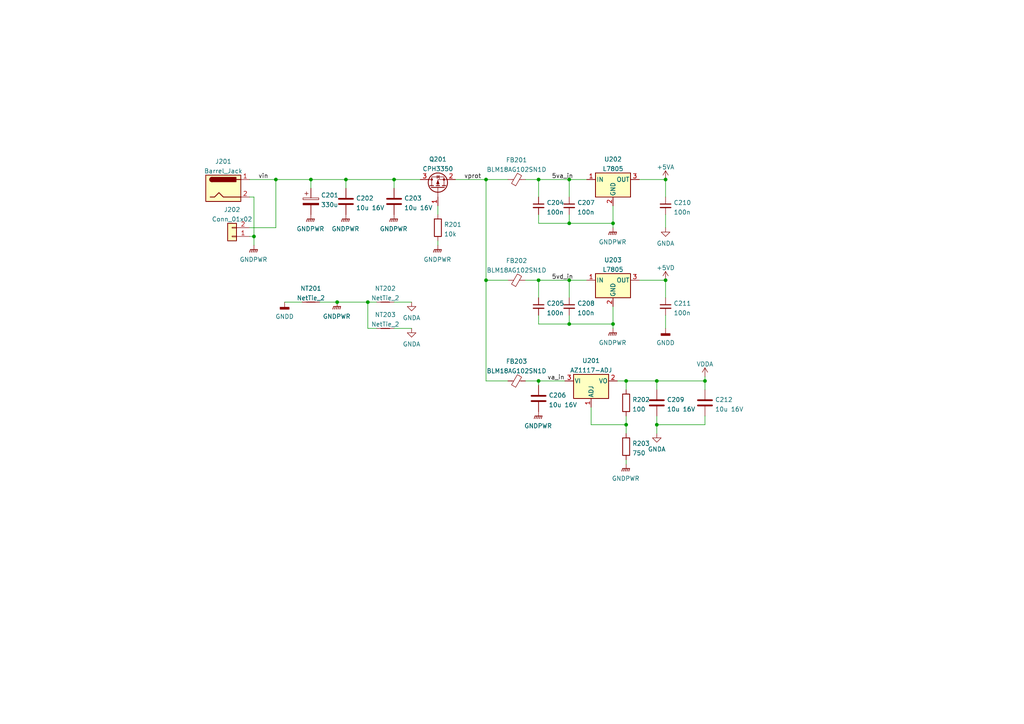
<source format=kicad_sch>
(kicad_sch (version 20211123) (generator eeschema)
  (paper "A4")
  (lib_symbols
    (symbol "Connector:Barrel_Jack" (pin_names (offset 1.016))
      (property "Reference" "J" (at 0 5.334 0))
      (property "Value" "Barrel_Jack" (at 0 -5.08 0))
      (symbol "Barrel_Jack_0_1"
        (rectangle (start -5.08 3.81) (end 5.08 -3.81) (stroke (width 0.254)) (fill (type background)))
        (arc (start -3.302 3.175) (mid -3.937 2.54) (end -3.302 1.905) (stroke (width 0.254)))
        (arc (start -3.302 3.175) (mid -3.937 2.54) (end -3.302 1.905) (stroke (width 0.254)) (fill (type outline)))
        (polyline (pts (xy 5.08 2.54) (xy 3.81 2.54)) (stroke (width 0.254)))
        (polyline (pts (xy -3.81 -2.54) (xy -2.54 -2.54) (xy -1.27 -1.27) (xy 0 -2.54) (xy 2.54 -2.54) (xy 5.08 -2.54)) (stroke (width 0.254)))
        (rectangle (start 3.683 3.175) (end -3.302 1.905) (stroke (width 0.254)) (fill (type outline)))
      )
      (symbol "Barrel_Jack_1_1"
        (pin passive line (at 7.62 2.54 180) (length 2.54) (name "~") (number "1"))
        (pin passive line (at 7.62 -2.54 180) (length 2.54) (name "~") (number "2"))
      )
    )
    (symbol "Connector_Generic:Conn_01x02" (pin_names (offset 1.016) hide)
      (property "Reference" "J" (at 0 2.54 0))
      (property "Value" "Conn_01x02" (at 0 -5.08 0))
      (symbol "Conn_01x02_1_1"
        (rectangle (start -1.27 -2.413) (end 0 -2.667) (stroke (width 0.1524)))
        (rectangle (start -1.27 0.127) (end 0 -0.127) (stroke (width 0.1524)))
        (rectangle (start -1.27 1.27) (end 1.27 -3.81) (stroke (width 0.254)) (fill (type background)))
        (pin passive line (at -5.08 0 0) (length 3.81) (name "Pin_1") (number "1"))
        (pin passive line (at -5.08 -2.54 0) (length 3.81) (name "Pin_2") (number "2"))
      )
    )
    (symbol "Device:C" (pin_numbers hide) (pin_names (offset 0.254))
      (property "Reference" "C" (at 0.635 2.54 0))
      (property "Value" "C" (at 0.635 -2.54 0))
      (symbol "C_0_1"
        (polyline (pts (xy -2.032 -0.762) (xy 2.032 -0.762)) (stroke (width 0.508)))
        (polyline (pts (xy -2.032 0.762) (xy 2.032 0.762)) (stroke (width 0.508)))
      )
      (symbol "C_1_1"
        (pin passive line (at 0 3.81 270) (length 2.794) (name "~") (number "1"))
        (pin passive line (at 0 -3.81 90) (length 2.794) (name "~") (number "2"))
      )
    )
    (symbol "Device:C_Polarized" (pin_numbers hide) (pin_names (offset 0.254))
      (property "Reference" "C" (at 0.635 2.54 0))
      (property "Value" "C_Polarized" (at 0.635 -2.54 0))
      (symbol "C_Polarized_0_1"
        (rectangle (start -2.286 0.508) (end 2.286 1.016))
        (polyline (pts (xy -1.778 2.286) (xy -0.762 2.286)))
        (polyline (pts (xy -1.27 2.794) (xy -1.27 1.778)))
        (rectangle (start 2.286 -0.508) (end -2.286 -1.016) (fill (type outline)))
      )
      (symbol "C_Polarized_1_1"
        (pin passive line (at 0 3.81 270) (length 2.794) (name "~") (number "1"))
        (pin passive line (at 0 -3.81 90) (length 2.794) (name "~") (number "2"))
      )
    )
    (symbol "Device:C_Small" (pin_numbers hide) (pin_names (offset 0.254) hide)
      (property "Reference" "C" (at 0.254 1.778 0))
      (property "Value" "C_Small" (at 0.254 -2.032 0))
      (symbol "C_Small_0_1"
        (polyline (pts (xy -1.524 -0.508) (xy 1.524 -0.508)) (stroke (width 0.3302)))
        (polyline (pts (xy -1.524 0.508) (xy 1.524 0.508)) (stroke (width 0.3048)))
      )
      (symbol "C_Small_1_1"
        (pin passive line (at 0 2.54 270) (length 2.032) (name "~") (number "1"))
        (pin passive line (at 0 -2.54 90) (length 2.032) (name "~") (number "2"))
      )
    )
    (symbol "Device:FerriteBead_Small" (pin_numbers hide) (pin_names (offset 0))
      (property "Reference" "FB" (at 1.905 1.27 0))
      (property "Value" "FerriteBead_Small" (at 1.905 -1.27 0))
      (symbol "FerriteBead_Small_0_1"
        (polyline (pts (xy 0 -1.27) (xy 0 -0.7874)))
        (polyline (pts (xy 0 0.889) (xy 0 1.2954)))
        (polyline (pts (xy -1.8288 0.2794) (xy -1.1176 1.4986) (xy 1.8288 -0.2032) (xy 1.1176 -1.4224) (xy -1.8288 0.2794)))
      )
      (symbol "FerriteBead_Small_1_1"
        (pin passive line (at 0 2.54 270) (length 1.27) (name "~") (number "1"))
        (pin passive line (at 0 -2.54 90) (length 1.27) (name "~") (number "2"))
      )
    )
    (symbol "Device:NetTie_2" (pin_numbers hide) (pin_names (offset 0) hide)
      (property "Reference" "NT" (at 0 1.27 0))
      (property "Value" "NetTie_2" (at 0 -1.27 0))
      (symbol "NetTie_2_0_1"
        (polyline (pts (xy -1.27 0) (xy 1.27 0)) (stroke (width 0.254)))
      )
      (symbol "NetTie_2_1_1"
        (pin passive line (at -2.54 0 0) (length 2.54) (name "1") (number "1"))
        (pin passive line (at 2.54 0 180) (length 2.54) (name "2") (number "2"))
      )
    )
    (symbol "Device:Q_PMOS_GSD" (pin_names (offset 0) hide)
      (property "Reference" "Q" (at 5.08 1.27 0))
      (property "Value" "Q_PMOS_GSD" (at 5.08 -1.27 0))
      (symbol "Q_PMOS_GSD_0_1"
        (polyline (pts (xy 0.254 0) (xy -2.54 0)))
        (polyline (pts (xy 0.254 1.905) (xy 0.254 -1.905)) (stroke (width 0.254)))
        (polyline (pts (xy 0.762 -1.27) (xy 0.762 -2.286)) (stroke (width 0.254)))
        (polyline (pts (xy 0.762 0.508) (xy 0.762 -0.508)) (stroke (width 0.254)))
        (polyline (pts (xy 0.762 2.286) (xy 0.762 1.27)) (stroke (width 0.254)))
        (polyline (pts (xy 2.54 2.54) (xy 2.54 1.778)))
        (polyline (pts (xy 2.54 -2.54) (xy 2.54 0) (xy 0.762 0)))
        (polyline (pts (xy 0.762 1.778) (xy 3.302 1.778) (xy 3.302 -1.778) (xy 0.762 -1.778)))
        (polyline (pts (xy 2.286 0) (xy 1.27 0.381) (xy 1.27 -0.381) (xy 2.286 0)) (fill (type outline)))
        (polyline (pts (xy 2.794 -0.508) (xy 2.921 -0.381) (xy 3.683 -0.381) (xy 3.81 -0.254)))
        (polyline (pts (xy 3.302 -0.381) (xy 2.921 0.254) (xy 3.683 0.254) (xy 3.302 -0.381)))
        (circle (center 1.651 0) (radius 2.794) (stroke (width 0.254)))
        (circle (center 2.54 -1.778) (radius 0.254) (fill (type outline)))
        (circle (center 2.54 1.778) (radius 0.254) (fill (type outline)))
      )
      (symbol "Q_PMOS_GSD_1_1"
        (pin input line (at -5.08 0 0) (length 2.54) (name "G") (number "1"))
        (pin passive line (at 2.54 -5.08 90) (length 2.54) (name "S") (number "2"))
        (pin passive line (at 2.54 5.08 270) (length 2.54) (name "D") (number "3"))
      )
    )
    (symbol "Device:R" (pin_numbers hide) (pin_names (offset 0))
      (property "Reference" "R" (at 2.032 0 90))
      (property "Value" "R" (at 0 0 90))
      (symbol "R_0_1"
        (rectangle (start -1.016 -2.54) (end 1.016 2.54) (stroke (width 0.254)))
      )
      (symbol "R_1_1"
        (pin passive line (at 0 3.81 270) (length 1.27) (name "~") (number "1"))
        (pin passive line (at 0 -3.81 90) (length 1.27) (name "~") (number "2"))
      )
    )
    (symbol "Regulator_Linear:AZ1117-ADJ" (pin_names (offset 0.254))
      (property "Reference" "U" (at -3.81 3.175 0))
      (property "Value" "AZ1117-ADJ" (at 0 3.175 0))
      (symbol "AZ1117-ADJ_0_1"
        (rectangle (start -5.08 1.905) (end 5.08 -5.08) (stroke (width 0.254)) (fill (type background)))
      )
      (symbol "AZ1117-ADJ_1_1"
        (pin input line (at 0 -7.62 90) (length 2.54) (name "ADJ") (number "1"))
        (pin power_out line (at 7.62 0 180) (length 2.54) (name "VO") (number "2"))
        (pin power_in line (at -7.62 0 0) (length 2.54) (name "VI") (number "3"))
      )
    )
    (symbol "Regulator_Linear:L7805" (pin_names (offset 0.254))
      (property "Reference" "U" (at -3.81 3.175 0))
      (property "Value" "L7805" (at 0 3.175 0))
      (symbol "L7805_0_1"
        (rectangle (start -5.08 1.905) (end 5.08 -5.08) (stroke (width 0.254)) (fill (type background)))
      )
      (symbol "L7805_1_1"
        (pin power_in line (at -7.62 0 0) (length 2.54) (name "IN") (number "1"))
        (pin power_in line (at 0 -7.62 90) (length 2.54) (name "GND") (number "2"))
        (pin power_out line (at 7.62 0 180) (length 2.54) (name "OUT") (number "3"))
      )
    )
    (symbol "power:+5VA" (power) (pin_names (offset 0))
      (property "Value" "+5VA" (at 0 3.556 0))
      (symbol "+5VA_0_1"
        (polyline (pts (xy -0.762 1.27) (xy 0 2.54)))
        (polyline (pts (xy 0 0) (xy 0 2.54)))
        (polyline (pts (xy 0 2.54) (xy 0.762 1.27)))
      )
      (symbol "+5VA_1_1"
        (pin power_in line (at 0 0 90) (length 0) hide (name "+5VA") (number "1"))
      )
    )
    (symbol "power:+5VD" (power) (pin_names (offset 0))
      (property "Value" "+5VD" (at 0 3.556 0))
      (symbol "+5VD_0_1"
        (polyline (pts (xy -0.762 1.27) (xy 0 2.54)))
        (polyline (pts (xy 0 0) (xy 0 2.54)))
        (polyline (pts (xy 0 2.54) (xy 0.762 1.27)))
      )
      (symbol "+5VD_1_1"
        (pin power_in line (at 0 0 90) (length 0) hide (name "+5VD") (number "1"))
      )
    )
    (symbol "power:GNDA" (power) (pin_names (offset 0))
      (property "Value" "GNDA" (at 0 -3.81 0))
      (symbol "GNDA_0_1"
        (polyline (pts (xy 0 0) (xy 0 -1.27) (xy 1.27 -1.27) (xy 0 -2.54) (xy -1.27 -1.27) (xy 0 -1.27)))
      )
      (symbol "GNDA_1_1"
        (pin power_in line (at 0 0 270) (length 0) hide (name "GNDA") (number "1"))
      )
    )
    (symbol "power:GNDD" (power) (pin_names (offset 0))
      (property "Value" "GNDD" (at 0 -3.175 0))
      (symbol "GNDD_0_1"
        (rectangle (start -1.27 -1.524) (end 1.27 -2.032) (stroke (width 0.254)) (fill (type outline)))
        (polyline (pts (xy 0 0) (xy 0 -1.524)))
      )
      (symbol "GNDD_1_1"
        (pin power_in line (at 0 0 270) (length 0) hide (name "GNDD") (number "1"))
      )
    )
    (symbol "power:GNDPWR" (power) (pin_names (offset 0))
      (property "Value" "GNDPWR" (at 0 -3.302 0))
      (symbol "GNDPWR_0_1"
        (polyline (pts (xy 0 -1.27) (xy 0 0)))
        (polyline (pts (xy -1.016 -1.27) (xy -1.27 -2.032) (xy -1.27 -2.032)) (stroke (width 0.2032)))
        (polyline (pts (xy -0.508 -1.27) (xy -0.762 -2.032) (xy -0.762 -2.032)) (stroke (width 0.2032)))
        (polyline (pts (xy 0 -1.27) (xy -0.254 -2.032) (xy -0.254 -2.032)) (stroke (width 0.2032)))
        (polyline (pts (xy 0.508 -1.27) (xy 0.254 -2.032) (xy 0.254 -2.032)) (stroke (width 0.2032)))
        (polyline (pts (xy 1.016 -1.27) (xy -1.016 -1.27) (xy -1.016 -1.27)) (stroke (width 0.2032)))
        (polyline (pts (xy 1.016 -1.27) (xy 0.762 -2.032) (xy 0.762 -2.032) (xy 0.762 -2.032)) (stroke (width 0.2032)))
      )
      (symbol "GNDPWR_1_1"
        (pin power_in line (at 0 0 270) (length 0) hide (name "GNDPWR") (number "1"))
      )
    )
    (symbol "power:VDDA" (power) (pin_names (offset 0))
      (property "Value" "VDDA" (at 0 3.81 0))
      (symbol "VDDA_0_1"
        (polyline (pts (xy -0.762 1.27) (xy 0 2.54)))
        (polyline (pts (xy 0 0) (xy 0 2.54)))
        (polyline (pts (xy 0 2.54) (xy 0.762 1.27)))
      )
      (symbol "VDDA_1_1"
        (pin power_in line (at 0 0 90) (length 0) hide (name "VDDA") (number "1"))
      )
    )
  )
  (junction (at 106.68 87.63))
  (junction (at 165.1 93.98))
  (junction (at 97.79 87.63))
  (junction (at 193.04 81.28))
  (junction (at 193.04 52.07))
  (junction (at 190.5 123.19))
  (junction (at 73.66 68.58))
  (junction (at 190.5 110.49))
  (junction (at 177.8 93.98))
  (junction (at 156.21 110.49))
  (junction (at 165.1 64.77))
  (junction (at 204.47 110.49))
  (junction (at 156.21 81.28))
  (junction (at 165.1 52.07))
  (junction (at 140.97 52.07))
  (junction (at 114.3 52.07))
  (junction (at 90.17 52.07))
  (junction (at 140.97 81.28))
  (junction (at 80.01 52.07))
  (junction (at 165.1 81.28))
  (junction (at 100.33 52.07))
  (junction (at 177.8 64.77))
  (junction (at 181.61 123.19))
  (junction (at 156.21 52.07))
  (junction (at 181.61 110.49))
  (wire (pts (xy 80.01 52.07) (xy 90.17 52.07)))
  (wire (pts (xy 156.21 52.07) (xy 156.21 57.15)))
  (wire (pts (xy 171.45 118.11) (xy 171.45 123.19)))
  (wire (pts (xy 177.8 95.25) (xy 177.8 93.98)))
  (wire (pts (xy 114.3 95.25) (xy 119.38 95.25)))
  (wire (pts (xy 73.66 68.58) (xy 73.66 71.12)))
  (wire (pts (xy 185.42 52.07) (xy 193.04 52.07)))
  (wire (pts (xy 140.97 110.49) (xy 147.32 110.49)))
  (wire (pts (xy 204.47 110.49) (xy 190.5 110.49)))
  (wire (pts (xy 97.79 87.63) (xy 106.68 87.63)))
  (wire (pts (xy 204.47 109.22) (xy 204.47 110.49)))
  (wire (pts (xy 177.8 59.69) (xy 177.8 64.77)))
  (wire (pts (xy 152.4 52.07) (xy 156.21 52.07)))
  (wire (pts (xy 106.68 87.63) (xy 109.22 87.63)))
  (wire (pts (xy 190.5 123.19) (xy 190.5 125.73)))
  (wire (pts (xy 165.1 64.77) (xy 165.1 62.23)))
  (wire (pts (xy 156.21 110.49) (xy 163.83 110.49)))
  (wire (pts (xy 114.3 52.07) (xy 114.3 54.61)))
  (wire (pts (xy 179.07 110.49) (xy 181.61 110.49)))
  (wire (pts (xy 72.39 66.04) (xy 80.01 66.04)))
  (wire (pts (xy 177.8 93.98) (xy 165.1 93.98)))
  (wire (pts (xy 165.1 93.98) (xy 165.1 91.44)))
  (wire (pts (xy 72.39 52.07) (xy 80.01 52.07)))
  (wire (pts (xy 127 69.85) (xy 127 71.12)))
  (wire (pts (xy 152.4 110.49) (xy 156.21 110.49)))
  (wire (pts (xy 156.21 52.07) (xy 165.1 52.07)))
  (wire (pts (xy 156.21 91.44) (xy 156.21 93.98)))
  (wire (pts (xy 181.61 120.65) (xy 181.61 123.19)))
  (wire (pts (xy 177.8 88.9) (xy 177.8 93.98)))
  (wire (pts (xy 193.04 81.28) (xy 193.04 86.36)))
  (wire (pts (xy 156.21 81.28) (xy 165.1 81.28)))
  (wire (pts (xy 177.8 66.04) (xy 177.8 64.77)))
  (wire (pts (xy 127 59.69) (xy 127 62.23)))
  (wire (pts (xy 140.97 81.28) (xy 140.97 110.49)))
  (wire (pts (xy 156.21 110.49) (xy 156.21 111.76)))
  (wire (pts (xy 185.42 81.28) (xy 193.04 81.28)))
  (wire (pts (xy 204.47 123.19) (xy 204.47 120.65)))
  (wire (pts (xy 73.66 68.58) (xy 72.39 68.58)))
  (wire (pts (xy 165.1 81.28) (xy 165.1 86.36)))
  (wire (pts (xy 106.68 95.25) (xy 106.68 87.63)))
  (wire (pts (xy 82.55 87.63) (xy 87.63 87.63)))
  (wire (pts (xy 190.5 123.19) (xy 204.47 123.19)))
  (wire (pts (xy 114.3 87.63) (xy 119.38 87.63)))
  (wire (pts (xy 193.04 91.44) (xy 193.04 95.25)))
  (wire (pts (xy 90.17 52.07) (xy 90.17 54.61)))
  (wire (pts (xy 181.61 110.49) (xy 181.61 113.03)))
  (wire (pts (xy 140.97 81.28) (xy 147.32 81.28)))
  (wire (pts (xy 204.47 113.03) (xy 204.47 110.49)))
  (wire (pts (xy 92.71 87.63) (xy 97.79 87.63)))
  (wire (pts (xy 165.1 64.77) (xy 156.21 64.77)))
  (wire (pts (xy 193.04 62.23) (xy 193.04 66.04)))
  (wire (pts (xy 177.8 64.77) (xy 165.1 64.77)))
  (wire (pts (xy 171.45 123.19) (xy 181.61 123.19)))
  (wire (pts (xy 140.97 52.07) (xy 140.97 81.28)))
  (wire (pts (xy 73.66 57.15) (xy 73.66 68.58)))
  (wire (pts (xy 100.33 52.07) (xy 114.3 52.07)))
  (wire (pts (xy 156.21 62.23) (xy 156.21 64.77)))
  (wire (pts (xy 72.39 57.15) (xy 73.66 57.15)))
  (wire (pts (xy 114.3 52.07) (xy 121.92 52.07)))
  (wire (pts (xy 80.01 52.07) (xy 80.01 66.04)))
  (wire (pts (xy 181.61 123.19) (xy 181.61 125.73)))
  (wire (pts (xy 165.1 52.07) (xy 165.1 57.15)))
  (wire (pts (xy 109.22 95.25) (xy 106.68 95.25)))
  (wire (pts (xy 190.5 120.65) (xy 190.5 123.19)))
  (wire (pts (xy 132.08 52.07) (xy 140.97 52.07)))
  (wire (pts (xy 140.97 52.07) (xy 147.32 52.07)))
  (wire (pts (xy 165.1 93.98) (xy 156.21 93.98)))
  (wire (pts (xy 181.61 110.49) (xy 190.5 110.49)))
  (wire (pts (xy 156.21 81.28) (xy 156.21 86.36)))
  (wire (pts (xy 90.17 52.07) (xy 100.33 52.07)))
  (wire (pts (xy 165.1 52.07) (xy 170.18 52.07)))
  (wire (pts (xy 100.33 52.07) (xy 100.33 54.61)))
  (wire (pts (xy 181.61 133.35) (xy 181.61 134.62)))
  (wire (pts (xy 193.04 52.07) (xy 193.04 57.15)))
  (wire (pts (xy 190.5 110.49) (xy 190.5 113.03)))
  (wire (pts (xy 152.4 81.28) (xy 156.21 81.28)))
  (wire (pts (xy 165.1 81.28) (xy 170.18 81.28)))
  (label "5vd_in" (at 160.02 81.28 0))
  (label "va_in" (at 158.75 110.49 0))
  (label "vprot" (at 134.62 52.07 0))
  (label "vin" (at 74.93 52.07 0))
  (label "5va_in" (at 160.02 52.07 0))
  (symbol (lib_id "power:+5VD") (at 193.04 81.28 0) (unit 1)
    (property "Reference" "#PWR0217" (effects hide))
    (property "Value" "+5VD" (at 193.04 77.6755 0))
  )
  (symbol (lib_id "Device:R") (at 127 66.04 0) (unit 1)
    (property "Reference" "R201" (at 128.778 65.1315 0) (effects (justify left)))
    (property "Value" "10k" (at 128.778 67.9066 0) (effects (justify left)))
    (property "Footprint" "Resistor_SMD:R_0603_1608Metric_Pad0.98x0.95mm_HandSolder" (effects hide))
  )
  (symbol (lib_id "Regulator_Linear:L7805") (at 177.8 81.28 0) (unit 1)
    (property "Reference" "U203" (at 177.8 75.4085 0))
    (property "Value" "L7805" (at 177.8 78.1836 0))
    (property "Footprint" "Package_TO_SOT_THT:TO-220-3_Vertical" (effects hide))
    (property "Datasheet" "http://www.st.com/content/ccc/resource/technical/document/datasheet/41/4f/b3/b0/12/d4/47/88/CD00000444.pdf/files/CD00000444.pdf/jcr:content/translations/en.CD00000444.pdf" (effects hide))
  )
  (symbol (lib_id "Device:FerriteBead_Small") (at 149.86 52.07 90) (unit 1)
    (property "Reference" "FB201" (at 149.8219 46.4017 90))
    (property "Value" "BLM18AG102SN1D" (at 149.8219 49.1768 90))
    (property "Footprint" "Inductor_SMD:L_0603_1608Metric_Pad1.05x0.95mm_HandSolder" (effects hide))
  )
  (symbol (lib_id "power:GNDPWR") (at 177.8 95.25 0) (unit 1)
    (property "Reference" "#PWR0212" (effects hide))
    (property "Value" "GNDPWR" (at 177.673 99.4061 0))
  )
  (symbol (lib_id "Device:Q_PMOS_GSD") (at 127 54.61 90) (unit 1)
    (property "Reference" "Q201" (at 127 46.1985 90))
    (property "Value" "CPH3350" (at 127 48.9736 90))
    (property "Footprint" "Package_TO_SOT_SMD:SOT-23_Handsoldering" (effects hide))
  )
  (symbol (lib_id "Device:C_Polarized") (at 90.17 58.42 0) (unit 1)
    (property "Reference" "C201" (at 93.091 56.6225 0) (effects (justify left)))
    (property "Value" "330u" (at 93.091 59.3976 0) (effects (justify left)))
  )
  (symbol (lib_id "power:GNDPWR") (at 156.21 119.38 0) (unit 1)
    (property "Reference" "#PWR0210" (effects hide))
    (property "Value" "GNDPWR" (at 156.083 123.5361 0))
  )
  (symbol (lib_id "power:GNDPWR") (at 181.61 134.62 0) (unit 1)
    (property "Reference" "#PWR0213" (effects hide))
    (property "Value" "GNDPWR" (at 181.483 138.7761 0))
  )
  (symbol (lib_id "power:GNDPWR") (at 127 71.12 0) (unit 1)
    (property "Reference" "#PWR0209" (effects hide))
    (property "Value" "GNDPWR" (at 126.873 75.2761 0))
  )
  (symbol (lib_id "Device:C_Small") (at 165.1 59.69 0) (unit 1)
    (property "Reference" "C207" (at 167.4241 58.7878 0) (effects (justify left)))
    (property "Value" "100n" (at 167.4241 61.5629 0) (effects (justify left)))
    (property "Footprint" "Capacitor_SMD:C_0603_1608Metric_Pad1.08x0.95mm_HandSolder" (effects hide))
  )
  (symbol (lib_id "power:GNDPWR") (at 90.17 62.23 0) (unit 1)
    (property "Reference" "#PWR0203" (effects hide))
    (property "Value" "GNDPWR" (at 90.043 66.3861 0))
  )
  (symbol (lib_id "power:GNDD") (at 82.55 87.63 0) (unit 1)
    (property "Reference" "#PWR0202" (effects hide))
    (property "Value" "GNDD" (at 82.55 91.8115 0))
  )
  (symbol (lib_id "Device:FerriteBead_Small") (at 149.86 110.49 90) (unit 1)
    (property "Reference" "FB203" (at 149.8219 104.8217 90))
    (property "Value" "BLM18AG102SN1D" (at 149.8219 107.5968 90))
    (property "Footprint" "Inductor_SMD:L_0603_1608Metric_Pad1.05x0.95mm_HandSolder" (effects hide))
  )
  (symbol (lib_id "Connector:Barrel_Jack") (at 64.77 54.61 0) (unit 1)
    (property "Reference" "J201" (at 64.77 46.8335 0))
    (property "Value" "Barrel_Jack" (at 64.77 49.6086 0))
  )
  (symbol (lib_id "power:GNDA") (at 193.04 66.04 0) (unit 1)
    (property "Reference" "#PWR0216" (effects hide))
    (property "Value" "GNDA" (at 193.04 70.6025 0))
  )
  (symbol (lib_id "Device:C") (at 190.5 116.84 0) (unit 1)
    (property "Reference" "C209" (at 193.421 115.9315 0) (effects (justify left)))
    (property "Value" "10u 16V" (at 193.421 118.7066 0) (effects (justify left)))
    (property "Footprint" "Capacitor_SMD:C_0805_2012Metric_Pad1.18x1.45mm_HandSolder" (effects hide))
  )
  (symbol (lib_id "Regulator_Linear:AZ1117-ADJ") (at 171.45 110.49 0) (unit 1)
    (property "Reference" "U201" (at 171.45 104.6185 0))
    (property "Value" "AZ1117-ADJ" (at 171.45 107.3936 0))
    (property "Footprint" "Package_TO_SOT_SMD:TO-252-3_TabPin2" (effects hide))
    (property "Datasheet" "https://www.diodes.com/assets/Datasheets/AZ1117.pdf" (effects hide))
  )
  (symbol (lib_id "Device:FerriteBead_Small") (at 149.86 81.28 90) (unit 1)
    (property "Reference" "FB202" (at 149.8219 75.6117 90))
    (property "Value" "BLM18AG102SN1D" (at 149.8219 78.3868 90))
    (property "Footprint" "Inductor_SMD:L_0603_1608Metric_Pad1.05x0.95mm_HandSolder" (effects hide))
  )
  (symbol (lib_id "Connector_Generic:Conn_01x02") (at 67.31 68.58 180) (unit 1)
    (property "Reference" "J202" (at 67.31 60.8035 0))
    (property "Value" "Conn_01x02" (at 67.31 63.5786 0))
    (property "Footprint" "TerminalBlock_Phoenix:TerminalBlock_Phoenix_MKDS-1,5-2_1x02_P5.00mm_Horizontal" (effects hide))
  )
  (symbol (lib_id "power:GNDPWR") (at 73.66 71.12 0) (unit 1)
    (property "Reference" "#PWR0201" (effects hide))
    (property "Value" "GNDPWR" (at 73.533 75.2761 0))
  )
  (symbol (lib_id "Device:R") (at 181.61 116.84 0) (unit 1)
    (property "Reference" "R202" (at 183.388 115.9315 0) (effects (justify left)))
    (property "Value" "100" (at 183.388 118.7066 0) (effects (justify left)))
    (property "Footprint" "Resistor_SMD:R_0603_1608Metric_Pad0.98x0.95mm_HandSolder" (effects hide))
  )
  (symbol (lib_id "Device:C") (at 100.33 58.42 0) (unit 1)
    (property "Reference" "C202" (at 103.251 57.5115 0) (effects (justify left)))
    (property "Value" "10u 16V" (at 103.251 60.2866 0) (effects (justify left)))
    (property "Footprint" "Capacitor_SMD:C_0805_2012Metric_Pad1.18x1.45mm_HandSolder" (effects hide))
  )
  (symbol (lib_id "power:GNDA") (at 190.5 125.73 0) (unit 1)
    (property "Reference" "#PWR0214" (effects hide))
    (property "Value" "GNDA" (at 190.5 130.2925 0))
  )
  (symbol (lib_id "power:GNDPWR") (at 100.33 62.23 0) (unit 1)
    (property "Reference" "#PWR0205" (effects hide))
    (property "Value" "GNDPWR" (at 100.203 66.3861 0))
  )
  (symbol (lib_id "Device:NetTie_2") (at 90.17 87.63 0) (unit 1)
    (property "Reference" "NT201" (at 90.17 83.6635 0))
    (property "Value" "NetTie_2" (at 90.17 86.4386 0))
    (property "Footprint" "NetTie:NetTie-2_SMD_Pad2.0mm" (effects hide))
  )
  (symbol (lib_id "Regulator_Linear:L7805") (at 177.8 52.07 0) (unit 1)
    (property "Reference" "U202" (at 177.8 46.1985 0))
    (property "Value" "L7805" (at 177.8 48.9736 0))
    (property "Footprint" "Package_TO_SOT_THT:TO-220-3_Vertical" (effects hide))
    (property "Datasheet" "http://www.st.com/content/ccc/resource/technical/document/datasheet/41/4f/b3/b0/12/d4/47/88/CD00000444.pdf/files/CD00000444.pdf/jcr:content/translations/en.CD00000444.pdf" (effects hide))
  )
  (symbol (lib_id "power:GNDA") (at 119.38 87.63 0) (unit 1)
    (property "Reference" "#PWR0207" (effects hide))
    (property "Value" "GNDA" (at 119.38 92.1925 0))
  )
  (symbol (lib_id "Device:C_Small") (at 193.04 88.9 0) (unit 1)
    (property "Reference" "C211" (at 195.3641 87.9978 0) (effects (justify left)))
    (property "Value" "100n" (at 195.3641 90.7729 0) (effects (justify left)))
    (property "Footprint" "Capacitor_SMD:C_0603_1608Metric_Pad1.08x0.95mm_HandSolder" (effects hide))
  )
  (symbol (lib_id "power:GNDA") (at 119.38 95.25 0) (unit 1)
    (property "Reference" "#PWR0208" (effects hide))
    (property "Value" "GNDA" (at 119.38 99.8125 0))
  )
  (symbol (lib_id "power:VDDA") (at 204.47 109.22 0) (unit 1)
    (property "Reference" "#PWR0219" (effects hide))
    (property "Value" "VDDA" (at 204.47 105.6155 0))
  )
  (symbol (lib_id "power:GNDD") (at 193.04 95.25 0) (unit 1)
    (property "Reference" "#PWR0218" (effects hide))
    (property "Value" "GNDD" (at 193.04 99.4315 0))
  )
  (symbol (lib_id "power:+5VA") (at 193.04 52.07 0) (unit 1)
    (property "Reference" "#PWR0215" (effects hide))
    (property "Value" "+5VA" (at 193.04 48.4655 0))
  )
  (symbol (lib_id "Device:NetTie_2") (at 111.76 87.63 0) (unit 1)
    (property "Reference" "NT202" (at 111.76 83.6635 0))
    (property "Value" "NetTie_2" (at 111.76 86.4386 0))
    (property "Footprint" "NetTie:NetTie-2_SMD_Pad2.0mm" (effects hide))
  )
  (symbol (lib_id "power:GNDPWR") (at 97.79 87.63 0) (unit 1)
    (property "Reference" "#PWR0204" (effects hide))
    (property "Value" "GNDPWR" (at 97.663 91.7861 0))
  )
  (symbol (lib_id "Device:C") (at 114.3 58.42 0) (unit 1)
    (property "Reference" "C203" (at 117.221 57.5115 0) (effects (justify left)))
    (property "Value" "10u 16V" (at 117.221 60.2866 0) (effects (justify left)))
    (property "Footprint" "Capacitor_SMD:C_0805_2012Metric_Pad1.18x1.45mm_HandSolder" (effects hide))
  )
  (symbol (lib_id "Device:NetTie_2") (at 111.76 95.25 0) (unit 1)
    (property "Reference" "NT203" (at 111.76 91.2835 0))
    (property "Value" "NetTie_2" (at 111.76 94.0586 0))
    (property "Footprint" "NetTie:NetTie-2_SMD_Pad2.0mm" (effects hide))
  )
  (symbol (lib_id "power:GNDPWR") (at 177.8 66.04 0) (unit 1)
    (property "Reference" "#PWR0211" (effects hide))
    (property "Value" "GNDPWR" (at 177.673 70.1961 0))
  )
  (symbol (lib_id "Device:C_Small") (at 193.04 59.69 0) (unit 1)
    (property "Reference" "C210" (at 195.3641 58.7878 0) (effects (justify left)))
    (property "Value" "100n" (at 195.3641 61.5629 0) (effects (justify left)))
    (property "Footprint" "Capacitor_SMD:C_0603_1608Metric_Pad1.08x0.95mm_HandSolder" (effects hide))
  )
  (symbol (lib_id "power:GNDPWR") (at 114.3 62.23 0) (unit 1)
    (property "Reference" "#PWR0206" (effects hide))
    (property "Value" "GNDPWR" (at 114.173 66.3861 0))
  )
  (symbol (lib_id "Device:C_Small") (at 165.1 88.9 0) (unit 1)
    (property "Reference" "C208" (at 167.4241 87.9978 0) (effects (justify left)))
    (property "Value" "100n" (at 167.4241 90.7729 0) (effects (justify left)))
    (property "Footprint" "Capacitor_SMD:C_0603_1608Metric_Pad1.08x0.95mm_HandSolder" (effects hide))
  )
  (symbol (lib_id "Device:C_Small") (at 156.21 59.69 0) (unit 1)
    (property "Reference" "C204" (at 158.5341 58.7878 0) (effects (justify left)))
    (property "Value" "100n" (at 158.5341 61.5629 0) (effects (justify left)))
    (property "Footprint" "Capacitor_SMD:C_0603_1608Metric_Pad1.08x0.95mm_HandSolder" (effects hide))
  )
  (symbol (lib_id "Device:C_Small") (at 156.21 88.9 0) (unit 1)
    (property "Reference" "C205" (at 158.5341 87.9978 0) (effects (justify left)))
    (property "Value" "100n" (at 158.5341 90.7729 0) (effects (justify left)))
    (property "Footprint" "Capacitor_SMD:C_0603_1608Metric_Pad1.08x0.95mm_HandSolder" (effects hide))
  )
  (symbol (lib_id "Device:C") (at 156.21 115.57 0) (unit 1)
    (property "Reference" "C206" (at 159.131 114.6615 0) (effects (justify left)))
    (property "Value" "10u 16V" (at 159.131 117.4366 0) (effects (justify left)))
    (property "Footprint" "Capacitor_SMD:C_0805_2012Metric_Pad1.18x1.45mm_HandSolder" (effects hide))
  )
  (symbol (lib_id "Device:C") (at 204.47 116.84 0) (unit 1)
    (property "Reference" "C212" (at 207.391 115.9315 0) (effects (justify left)))
    (property "Value" "10u 16V" (at 207.391 118.7066 0) (effects (justify left)))
    (property "Footprint" "Capacitor_SMD:C_0805_2012Metric_Pad1.18x1.45mm_HandSolder" (effects hide))
  )
  (symbol (lib_id "Device:R") (at 181.61 129.54 0) (unit 1)
    (property "Reference" "R203" (at 183.388 128.6315 0) (effects (justify left)))
    (property "Value" "750" (at 183.388 131.4066 0) (effects (justify left)))
    (property "Footprint" "Resistor_SMD:R_0603_1608Metric_Pad0.98x0.95mm_HandSolder" (effects hide))
  )
)
</source>
